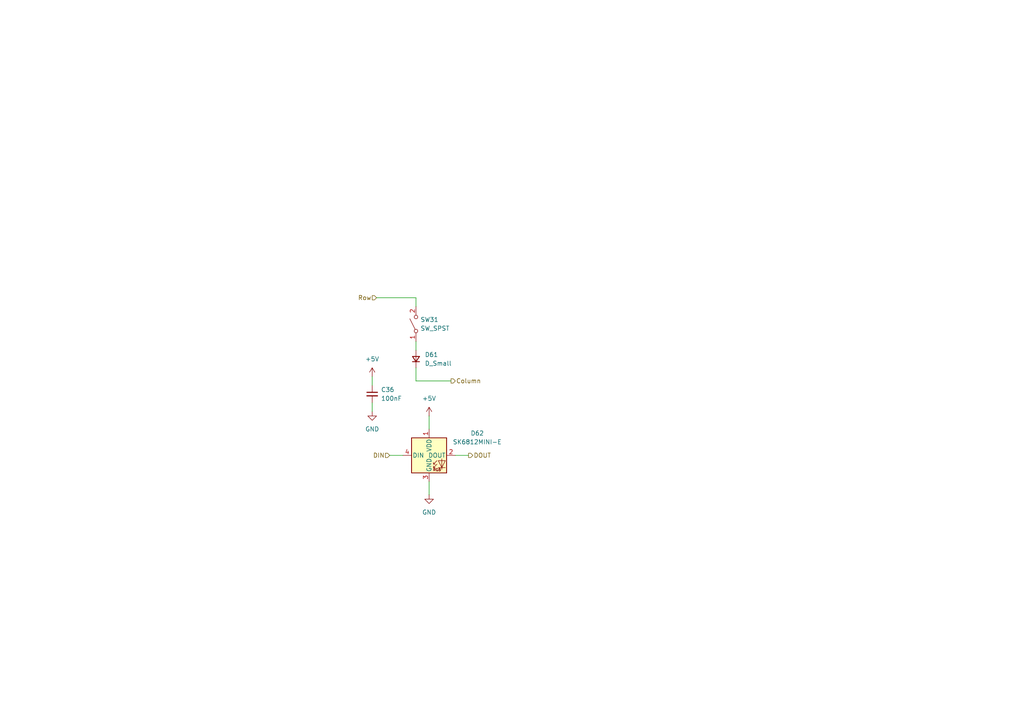
<source format=kicad_sch>
(kicad_sch (version 20250114) (generator "eeschema") (generator_version "9.0")
  (paper "A4")
  (lib_symbols
    (symbol "Device:C_Small" (pin_numbers (hide yes)) (pin_names (offset 0.254) (hide yes))
      (property "Reference" "C" (at 0.254 1.778 0))
      (property "Value" "C_Small" (at 0.254 -2.032 0))
      (symbol "C_Small_0_1"
        (polyline (pts (xy -1.524 0.508) (xy 1.524 0.508)) (stroke (width 0.3048)))
        (polyline (pts (xy -1.524 -0.508) (xy 1.524 -0.508)) (stroke (width 0.3302)))
      )
      (symbol "C_Small_1_1"
        (pin passive line (at 0 2.54 270) (length 2.032) (name "~") (number "1"))
        (pin passive line (at 0 -2.54 90) (length 2.032) (name "~") (number "2"))
      )
    )
    (symbol "Device:D_Small" (pin_numbers (hide yes)) (pin_names (offset 0.254) (hide yes))
      (property "Reference" "D" (at -1.27 2.032 0))
      (property "Value" "D_Small" (at -3.81 -2.032 0))
      (symbol "D_Small_0_1"
        (polyline (pts (xy -0.762 0) (xy 0.762 0)))
        (polyline (pts (xy -0.762 -1.016) (xy -0.762 1.016)) (stroke (width 0.254)))
        (polyline (pts (xy 0.762 -1.016) (xy -0.762 0) (xy 0.762 1.016) (xy 0.762 -1.016)) (stroke (width 0.254)))
      )
      (symbol "D_Small_1_1"
        (pin passive line (at -2.54 0 0) (length 1.778) (name "K") (number "1"))
        (pin passive line (at 2.54 0 180) (length 1.778) (name "A") (number "2"))
      )
    )
    (symbol "SW-Adafruit:SK6812MINI-E" (pin_names (offset 0.254))
      (property "Reference" "D" (at 5.08 5.715 0))
      (property "Value" "SK6812MINI-E" (at 1.27 -5.715 0))
      (symbol "SK6812MINI-E_0_0"
        (text "RGB" (at 2.286 -4.191 0) (effects (font (size 0.762 0.762))))
      )
      (symbol "SK6812MINI-E_0_1"
        (polyline (pts (xy 1.27 -2.54) (xy 1.778 -2.54)))
        (polyline (pts (xy 1.27 -3.556) (xy 1.778 -3.556)))
        (polyline (pts (xy 2.286 -1.524) (xy 1.27 -2.54) (xy 1.27 -2.032)))
        (polyline (pts (xy 2.286 -2.54) (xy 1.27 -3.556) (xy 1.27 -3.048)))
        (polyline (pts (xy 3.683 -1.016) (xy 3.683 -3.556) (xy 3.683 -4.064)))
        (polyline (pts (xy 4.699 -1.524) (xy 2.667 -1.524) (xy 3.683 -3.556) (xy 4.699 -1.524)))
        (polyline (pts (xy 4.699 -3.556) (xy 2.667 -3.556)))
        (rectangle (start 5.08 5.08) (end -5.08 -5.08) (stroke (width 0.254)) (fill (type background)))
      )
      (symbol "SK6812MINI-E_1_1"
        (pin input line (at -7.62 0 0) (length 2.54) (name "DIN") (number "4"))
        (pin power_in line (at 0 7.62 270) (length 2.54) (name "VDD") (number "1"))
        (pin power_in line (at 0 -7.62 90) (length 2.54) (name "GND") (number "3"))
        (pin output line (at 7.62 0 180) (length 2.54) (name "DOUT") (number "2"))
      )
    )
    (symbol "Switch:SW_SPST" (pin_names (offset 0) (hide yes))
      (property "Reference" "SW" (at 0 3.175 0))
      (property "Value" "SW_SPST" (at 0 -2.54 0))
      (symbol "SW_SPST_0_0"
        (circle (center -2.032 0) (radius 0.508))
        (polyline (pts (xy -1.524 0.254) (xy 1.524 1.778)))
        (circle (center 2.032 0) (radius 0.508))
      )
      (symbol "SW_SPST_1_1"
        (pin passive line (at -5.08 0 0) (length 2.54) (name "A") (number "1"))
        (pin passive line (at 5.08 0 180) (length 2.54) (name "B") (number "2"))
      )
    )
    (symbol "power:+5V" (power) (pin_numbers (hide yes)) (pin_names (offset 0) (hide yes))
      (property "Value" "+5V" (at 0 3.556 0))
      (symbol "+5V_0_1"
        (polyline (pts (xy -0.762 1.27) (xy 0 2.54)))
        (polyline (pts (xy 0 2.54) (xy 0.762 1.27)))
        (polyline (pts (xy 0 0) (xy 0 2.54)))
      )
      (symbol "+5V_1_1"
        (pin power_in line (at 0 0 90) (length 0) (name "~") (number "1"))
      )
    )
    (symbol "power:GND" (power) (pin_numbers (hide yes)) (pin_names (offset 0) (hide yes))
      (property "Value" "GND" (at 0 -3.81 0))
      (symbol "GND_0_1"
        (polyline (pts (xy 0 0) (xy 0 -1.27) (xy 1.27 -1.27) (xy 0 -2.54) (xy -1.27 -1.27) (xy 0 -1.27)))
      )
      (symbol "GND_1_1"
        (pin power_in line (at 0 0 270) (length 0) (name "~") (number "1"))
      )
    )
  )
  (wire (pts (xy 120.65 86.36) (xy 120.65 88.9)))
  (wire (pts (xy 120.65 110.49) (xy 130.81 110.49)))
  (wire (pts (xy 120.65 99.06) (xy 120.65 101.6)))
  (wire (pts (xy 132.08 132.08) (xy 135.89 132.08)))
  (wire (pts (xy 109.22 86.36) (xy 120.65 86.36)))
  (wire (pts (xy 113.03 132.08) (xy 116.84 132.08)))
  (wire (pts (xy 107.95 116.84) (xy 107.95 119.38)))
  (wire (pts (xy 107.95 109.22) (xy 107.95 111.76)))
  (wire (pts (xy 124.46 139.7) (xy 124.46 143.51)))
  (wire (pts (xy 124.46 120.65) (xy 124.46 124.46)))
  (wire (pts (xy 120.65 106.68) (xy 120.65 110.49)))
  (hierarchical_label "DOUT" (shape output) (at 135.89 132.08 0))
  (hierarchical_label "DIN" (shape input) (at 113.03 132.08 180))
  (hierarchical_label "Row" (shape input) (at 109.22 86.36 180))
  (hierarchical_label "Column" (shape output) (at 130.81 110.49 0))
  (symbol (lib_id "power:+5V") (at 124.46 120.65 0) (unit 1)
    (property "Reference" "#PWR0138" (effects (hide yes)))
    (property "Value" "+5V" (at 124.46 115.57 0))
    (property "Description" "Power symbol creates a global label with name \"+5V\"" (effects (hide yes)))
    (instances (project "row_staggered_split_keyboard" (path "" (reference "#PWR070") (unit 1)) (path "" (reference "#PWR086") (unit 1)) (path "" (reference "#PWR018") (unit 1)) (path "" (reference "#PWR024") (unit 1)) (path "" (reference "#PWR060") (unit 1)) (path "" (reference "#PWR028") (unit 1)) (path "" (reference "#PWR062") (unit 1)) (path "" (reference "#PWR016") (unit 1)) (path "" (reference "#PWR034") (unit 1)) (path "" (reference "#PWR038") (unit 1)) (path "" (reference "#PWR098") (unit 1)) (path "" (reference "#PWR092") (unit 1)) (path "" (reference "#PWR066") (unit 1)) (path "" (reference "#PWR020") (unit 1)) (path "" (reference "#PWR014") (unit 1)) (path "" (reference "#PWR044") (unit 1)) (path "" (reference "#PWR064") (unit 1)) (path "" (reference "#PWR0142") (unit 1)) (path "" (reference "#PWR072") (unit 1)) (path "" (reference "#PWR076") (unit 1)) (path "" (reference "#PWR058") (unit 1)) (path "" (reference "#PWR010") (unit 1)) (path "" (reference "#PWR056") (unit 1)) (path "" (reference "#PWR088") (unit 1)) (path "" (reference "#PWR084") (unit 1)) (path "" (reference "#PWR032") (unit 1)) (path "" (reference "#PWR090") (unit 1)) (path "" (reference "#PWR042") (unit 1)) (path "" (reference "#PWR0146") (unit 1)) (path "" (reference "#PWR048") (unit 1)) (path "" (reference "#PWR0138") (unit 1)) (path "" (reference "#PWR030") (unit 1)) (path "" (reference "#PWR052") (unit 1)) (path "" (reference "#PWR046") (unit 1)) (path "" (reference "#PWR074") (unit 1))))
  )
  (symbol (lib_id "Device:D_Small") (at 120.65 104.14 90) (unit 1)
    (property "Reference" "D61" (at 123.19 102.8699 90) (effects (justify right)))
    (property "Value" "D_Small" (at 123.19 105.4099 90) (effects (justify right)))
    (property "Footprint" "Diode_SMD:D_SOD-123" (effects (hide yes)))
    (property "Description" "Diode, small symbol" (effects (hide yes)))
    (property "Sim.Device" "D" (effects (hide yes)))
    (property "Sim.Pins" "1=K 2=A" (effects (hide yes)))
    (instances (project "row_staggered_split_keyboard" (path "" (reference "D61") (unit 1)) (path "" (reference "D77") (unit 1)) (path "" (reference "D9") (unit 1)) (path "" (reference "D15") (unit 1)) (path "" (reference "D51") (unit 1)) (path "" (reference "D19") (unit 1)) (path "" (reference "D53") (unit 1)) (path "" (reference "D7") (unit 1)) (path "" (reference "D25") (unit 1)) (path "" (reference "D29") (unit 1)) (path "" (reference "D89") (unit 1)) (path "" (reference "D83") (unit 1)) (path "" (reference "D57") (unit 1)) (path "" (reference "D11") (unit 1)) (path "" (reference "D5") (unit 1)) (path "" (reference "D35") (unit 1)) (path "" (reference "D55") (unit 1)) (path "" (reference "D63") (unit 1)) (path "" (reference "D63") (unit 1)) (path "" (reference "D67") (unit 1)) (path "" (reference "D49") (unit 1)) (path "" (reference "D1") (unit 1)) (path "" (reference "D47") (unit 1)) (path "" (reference "D79") (unit 1)) (path "" (reference "D75") (unit 1)) (path "" (reference "D23") (unit 1)) (path "" (reference "D81") (unit 1)) (path "" (reference "D33") (unit 1)) (path "" (reference "D65") (unit 1)) (path "" (reference "D39") (unit 1)) (path "" (reference "D61") (unit 1)) (path "" (reference "D21") (unit 1)) (path "" (reference "D43") (unit 1)) (path "" (reference "D37") (unit 1)) (path "" (reference "D65") (unit 1))))
  )
  (symbol (lib_id "SW-Adafruit:SK6812MINI-E") (at 124.46 132.08 0) (unit 1)
    (property "Reference" "D62" (at 138.43 125.6598 0))
    (property "Value" "SK6812MINI-E" (at 138.43 128.1998 0))
    (property "Footprint" "SW-Adafruit:LED_SK6812MINI-E_REVERSE_MOUNT_3.2x2.8mm_P1.09mm" (effects (hide yes)))
    (property "Datasheet" "https://cdn-shop.adafruit.com/product-files/4960/4960_SK6812MINI-E_REV02_EN.pdf" (effects (hide yes)))
    (property "Description" "RGB LED with integrated controller" (effects (hide yes)))
    (instances (project "row_staggered_split_keyboard" (path "" (reference "D62") (unit 1)) (path "" (reference "D78") (unit 1)) (path "" (reference "D10") (unit 1)) (path "" (reference "D16") (unit 1)) (path "" (reference "D52") (unit 1)) (path "" (reference "D20") (unit 1)) (path "" (reference "D54") (unit 1)) (path "" (reference "D8") (unit 1)) (path "" (reference "D26") (unit 1)) (path "" (reference "D30") (unit 1)) (path "" (reference "D90") (unit 1)) (path "" (reference "D84") (unit 1)) (path "" (reference "D58") (unit 1)) (path "" (reference "D12") (unit 1)) (path "" (reference "D6") (unit 1)) (path "" (reference "D36") (unit 1)) (path "" (reference "D56") (unit 1)) (path "" (reference "D64") (unit 1)) (path "" (reference "D64") (unit 1)) (path "" (reference "D68") (unit 1)) (path "" (reference "D50") (unit 1)) (path "" (reference "D2") (unit 1)) (path "" (reference "D48") (unit 1)) (path "" (reference "D80") (unit 1)) (path "" (reference "D76") (unit 1)) (path "" (reference "D24") (unit 1)) (path "" (reference "D82") (unit 1)) (path "" (reference "D34") (unit 1)) (path "" (reference "D66") (unit 1)) (path "" (reference "D40") (unit 1)) (path "" (reference "D62") (unit 1)) (path "" (reference "D22") (unit 1)) (path "" (reference "D44") (unit 1)) (path "" (reference "D38") (unit 1)) (path "" (reference "D66") (unit 1))))
  )
  (symbol (lib_id "power:+5V") (at 107.95 109.22 0) (unit 1)
    (property "Reference" "#PWR0136" (effects (hide yes)))
    (property "Value" "+5V" (at 107.95 104.14 0))
    (property "Description" "Power symbol creates a global label with name \"+5V\"" (effects (hide yes)))
    (instances (project "row_staggered_split_keyboard_left_side" (path "" (reference "#PWR0140") (unit 1)) (path "" (reference "#PWR0144") (unit 1)) (path "" (reference "#PWR0136") (unit 1))))
  )
  (symbol (lib_id "power:GND") (at 124.46 143.51 0) (unit 1)
    (property "Reference" "#PWR0139" (effects (hide yes)))
    (property "Value" "GND" (at 124.46 148.59 0))
    (property "Description" "Power symbol creates a global label with name \"GND\" , ground" (effects (hide yes)))
    (instances (project "row_staggered_split_keyboard" (path "" (reference "#PWR071") (unit 1)) (path "" (reference "#PWR087") (unit 1)) (path "" (reference "#PWR019") (unit 1)) (path "" (reference "#PWR025") (unit 1)) (path "" (reference "#PWR061") (unit 1)) (path "" (reference "#PWR029") (unit 1)) (path "" (reference "#PWR063") (unit 1)) (path "" (reference "#PWR017") (unit 1)) (path "" (reference "#PWR035") (unit 1)) (path "" (reference "#PWR039") (unit 1)) (path "" (reference "#PWR099") (unit 1)) (path "" (reference "#PWR093") (unit 1)) (path "" (reference "#PWR067") (unit 1)) (path "" (reference "#PWR021") (unit 1)) (path "" (reference "#PWR015") (unit 1)) (path "" (reference "#PWR045") (unit 1)) (path "" (reference "#PWR065") (unit 1)) (path "" (reference "#PWR0143") (unit 1)) (path "" (reference "#PWR073") (unit 1)) (path "" (reference "#PWR077") (unit 1)) (path "" (reference "#PWR059") (unit 1)) (path "" (reference "#PWR011") (unit 1)) (path "" (reference "#PWR057") (unit 1)) (path "" (reference "#PWR089") (unit 1)) (path "" (reference "#PWR085") (unit 1)) (path "" (reference "#PWR033") (unit 1)) (path "" (reference "#PWR091") (unit 1)) (path "" (reference "#PWR043") (unit 1)) (path "" (reference "#PWR0147") (unit 1)) (path "" (reference "#PWR049") (unit 1)) (path "" (reference "#PWR0139") (unit 1)) (path "" (reference "#PWR031") (unit 1)) (path "" (reference "#PWR053") (unit 1)) (path "" (reference "#PWR047") (unit 1)) (path "" (reference "#PWR075") (unit 1))))
  )
  (symbol (lib_id "power:GND") (at 107.95 119.38 0) (unit 1)
    (property "Reference" "#PWR0137" (effects (hide yes)))
    (property "Value" "GND" (at 107.95 124.46 0))
    (property "Description" "Power symbol creates a global label with name \"GND\" , ground" (effects (hide yes)))
    (instances (project "row_staggered_split_keyboard_left_side" (path "" (reference "#PWR0141") (unit 1)) (path "" (reference "#PWR0145") (unit 1)) (path "" (reference "#PWR0137") (unit 1))))
  )
  (symbol (lib_id "Switch:SW_SPST") (at 120.65 93.98 90) (unit 1)
    (property "Reference" "SW31" (at 121.92 92.7099 90) (effects (justify right)))
    (property "Value" "SW_SPST" (at 121.92 95.2499 90) (effects (justify right)))
    (property "Footprint" "PCM_Switch_Keyboard_Hotswap_Kailh:SW_Hotswap_Kailh_MX_1.25u" (effects (hide yes)))
    (property "Description" "Single Pole Single Throw (SPST) switch" (effects (hide yes)))
    (instances (project "row_staggered_split_keyboard" (path "" (reference "SW31") (unit 1)) (path "" (reference "SW39") (unit 1)) (path "" (reference "SW5") (unit 1)) (path "" (reference "SW8") (unit 1)) (path "" (reference "SW26") (unit 1)) (path "" (reference "SW10") (unit 1)) (path "" (reference "SW27") (unit 1)) (path "" (reference "SW4") (unit 1)) (path "" (reference "SW13") (unit 1)) (path "" (reference "SW15") (unit 1)) (path "" (reference "SW45") (unit 1)) (path "" (reference "SW42") (unit 1)) (path "" (reference "SW29") (unit 1)) (path "" (reference "SW6") (unit 1)) (path "" (reference "SW3") (unit 1)) (path "" (reference "SW18") (unit 1)) (path "" (reference "SW28") (unit 1)) (path "" (reference "SW32") (unit 1)) (path "" (reference "SW32") (unit 1)) (path "" (reference "SW34") (unit 1)) (path "" (reference "SW25") (unit 1)) (path "" (reference "SW1") (unit 1)) (path "" (reference "SW24") (unit 1)) (path "" (reference "SW40") (unit 1)) (path "" (reference "SW38") (unit 1)) (path "" (reference "SW12") (unit 1)) (path "" (reference "SW41") (unit 1)) (path "" (reference "SW17") (unit 1)) (path "" (reference "SW33") (unit 1)) (path "" (reference "SW20") (unit 1)) (path "" (reference "SW31") (unit 1)) (path "" (reference "SW11") (unit 1)) (path "" (reference "SW22") (unit 1)) (path "" (reference "SW19") (unit 1)) (path "" (reference "SW33") (unit 1))))
  )
  (symbol (lib_id "Device:C_Small") (at 107.95 114.3 0) (unit 1)
    (property "Reference" "C35" (at 110.49 113.0362 0) (effects (justify left)))
    (property "Value" "100nF" (at 110.49 115.5762 0) (effects (justify left)))
    (property "Footprint" "Capacitor_SMD:C_1206_3216Metric_Pad1.33x1.80mm_HandSolder" (effects (hide yes)))
    (property "Description" "Unpolarized capacitor, small symbol" (effects (hide yes)))
    (instances (project "row_staggered_split_keyboard_left_side" (path "" (reference "C36") (unit 1)) (path "" (reference "C37") (unit 1)) (path "" (reference "C35") (unit 1))))
  )
)
</source>
